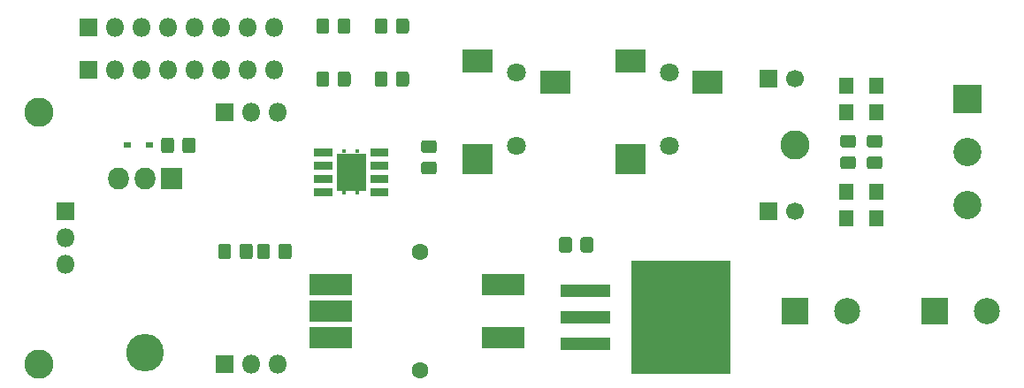
<source format=gbr>
%TF.GenerationSoftware,KiCad,Pcbnew,(5.1.6)-1*%
%TF.CreationDate,2020-10-30T20:37:26-07:00*%
%TF.ProjectId,highvoltagedriver,68696768-766f-46c7-9461-676564726976,rev?*%
%TF.SameCoordinates,Original*%
%TF.FileFunction,Soldermask,Top*%
%TF.FilePolarity,Negative*%
%FSLAX46Y46*%
G04 Gerber Fmt 4.6, Leading zero omitted, Abs format (unit mm)*
G04 Created by KiCad (PCBNEW (5.1.6)-1) date 2020-10-30 20:37:26*
%MOMM*%
%LPD*%
G01*
G04 APERTURE LIST*
%ADD10C,0.010000*%
%ADD11C,2.800000*%
%ADD12C,0.400000*%
%ADD13C,1.800000*%
%ADD14R,2.900000X2.900000*%
%ADD15R,2.900000X2.300000*%
%ADD16O,1.800000X1.800000*%
%ADD17R,1.800000X1.800000*%
%ADD18C,2.500000*%
%ADD19R,2.500000X2.500000*%
%ADD20O,2.005000X2.100000*%
%ADD21R,2.005000X2.100000*%
%ADD22O,3.600000X3.600000*%
%ADD23R,0.700000X0.550000*%
%ADD24R,9.500000X10.900000*%
%ADD25R,4.700000X1.200000*%
%ADD26C,1.600000*%
%ADD27R,4.100000X2.100000*%
%ADD28C,2.700000*%
%ADD29R,2.700000X2.700000*%
%ADD30R,1.400000X1.500000*%
%ADD31C,1.700000*%
%ADD32R,1.700000X1.700000*%
G04 APERTURE END LIST*
D10*
%TO.C,U1*%
G36*
X146600000Y-95455000D02*
G01*
X149310000Y-95455000D01*
X149310000Y-98855000D01*
X146600000Y-98855000D01*
X146600000Y-95455000D01*
G37*
X146600000Y-95455000D02*
X149310000Y-95455000D01*
X149310000Y-98855000D01*
X146600000Y-98855000D01*
X146600000Y-95455000D01*
G36*
X146050000Y-95620000D02*
G01*
X144460000Y-95620000D01*
X144457383Y-95619931D01*
X144454774Y-95619726D01*
X144452178Y-95619384D01*
X144449604Y-95618907D01*
X144447059Y-95618296D01*
X144444549Y-95617553D01*
X144442082Y-95616679D01*
X144439663Y-95615677D01*
X144437300Y-95614550D01*
X144435000Y-95613301D01*
X144432768Y-95611934D01*
X144430611Y-95610451D01*
X144428534Y-95608857D01*
X144426543Y-95607157D01*
X144424645Y-95605355D01*
X144422843Y-95603457D01*
X144421143Y-95601466D01*
X144419549Y-95599389D01*
X144418066Y-95597232D01*
X144416699Y-95595000D01*
X144415450Y-95592700D01*
X144414323Y-95590337D01*
X144413321Y-95587918D01*
X144412447Y-95585451D01*
X144411704Y-95582941D01*
X144411093Y-95580396D01*
X144410616Y-95577822D01*
X144410274Y-95575226D01*
X144410069Y-95572617D01*
X144410000Y-95570000D01*
X144410000Y-94930000D01*
X144410069Y-94927383D01*
X144410274Y-94924774D01*
X144410616Y-94922178D01*
X144411093Y-94919604D01*
X144411704Y-94917059D01*
X144412447Y-94914549D01*
X144413321Y-94912082D01*
X144414323Y-94909663D01*
X144415450Y-94907300D01*
X144416699Y-94905000D01*
X144418066Y-94902768D01*
X144419549Y-94900611D01*
X144421143Y-94898534D01*
X144422843Y-94896543D01*
X144424645Y-94894645D01*
X144426543Y-94892843D01*
X144428534Y-94891143D01*
X144430611Y-94889549D01*
X144432768Y-94888066D01*
X144435000Y-94886699D01*
X144437300Y-94885450D01*
X144439663Y-94884323D01*
X144442082Y-94883321D01*
X144444549Y-94882447D01*
X144447059Y-94881704D01*
X144449604Y-94881093D01*
X144452178Y-94880616D01*
X144454774Y-94880274D01*
X144457383Y-94880069D01*
X144460000Y-94880000D01*
X146050000Y-94880000D01*
X146052617Y-94880069D01*
X146055226Y-94880274D01*
X146057822Y-94880616D01*
X146060396Y-94881093D01*
X146062941Y-94881704D01*
X146065451Y-94882447D01*
X146067918Y-94883321D01*
X146070337Y-94884323D01*
X146072700Y-94885450D01*
X146075000Y-94886699D01*
X146077232Y-94888066D01*
X146079389Y-94889549D01*
X146081466Y-94891143D01*
X146083457Y-94892843D01*
X146085355Y-94894645D01*
X146087157Y-94896543D01*
X146088857Y-94898534D01*
X146090451Y-94900611D01*
X146091934Y-94902768D01*
X146093301Y-94905000D01*
X146094550Y-94907300D01*
X146095677Y-94909663D01*
X146096679Y-94912082D01*
X146097553Y-94914549D01*
X146098296Y-94917059D01*
X146098907Y-94919604D01*
X146099384Y-94922178D01*
X146099726Y-94924774D01*
X146099931Y-94927383D01*
X146100000Y-94930000D01*
X146100000Y-95570000D01*
X146099931Y-95572617D01*
X146099726Y-95575226D01*
X146099384Y-95577822D01*
X146098907Y-95580396D01*
X146098296Y-95582941D01*
X146097553Y-95585451D01*
X146096679Y-95587918D01*
X146095677Y-95590337D01*
X146094550Y-95592700D01*
X146093301Y-95595000D01*
X146091934Y-95597232D01*
X146090451Y-95599389D01*
X146088857Y-95601466D01*
X146087157Y-95603457D01*
X146085355Y-95605355D01*
X146083457Y-95607157D01*
X146081466Y-95608857D01*
X146079389Y-95610451D01*
X146077232Y-95611934D01*
X146075000Y-95613301D01*
X146072700Y-95614550D01*
X146070337Y-95615677D01*
X146067918Y-95616679D01*
X146065451Y-95617553D01*
X146062941Y-95618296D01*
X146060396Y-95618907D01*
X146057822Y-95619384D01*
X146055226Y-95619726D01*
X146052617Y-95619931D01*
X146050000Y-95620000D01*
G37*
X146050000Y-95620000D02*
X144460000Y-95620000D01*
X144457383Y-95619931D01*
X144454774Y-95619726D01*
X144452178Y-95619384D01*
X144449604Y-95618907D01*
X144447059Y-95618296D01*
X144444549Y-95617553D01*
X144442082Y-95616679D01*
X144439663Y-95615677D01*
X144437300Y-95614550D01*
X144435000Y-95613301D01*
X144432768Y-95611934D01*
X144430611Y-95610451D01*
X144428534Y-95608857D01*
X144426543Y-95607157D01*
X144424645Y-95605355D01*
X144422843Y-95603457D01*
X144421143Y-95601466D01*
X144419549Y-95599389D01*
X144418066Y-95597232D01*
X144416699Y-95595000D01*
X144415450Y-95592700D01*
X144414323Y-95590337D01*
X144413321Y-95587918D01*
X144412447Y-95585451D01*
X144411704Y-95582941D01*
X144411093Y-95580396D01*
X144410616Y-95577822D01*
X144410274Y-95575226D01*
X144410069Y-95572617D01*
X144410000Y-95570000D01*
X144410000Y-94930000D01*
X144410069Y-94927383D01*
X144410274Y-94924774D01*
X144410616Y-94922178D01*
X144411093Y-94919604D01*
X144411704Y-94917059D01*
X144412447Y-94914549D01*
X144413321Y-94912082D01*
X144414323Y-94909663D01*
X144415450Y-94907300D01*
X144416699Y-94905000D01*
X144418066Y-94902768D01*
X144419549Y-94900611D01*
X144421143Y-94898534D01*
X144422843Y-94896543D01*
X144424645Y-94894645D01*
X144426543Y-94892843D01*
X144428534Y-94891143D01*
X144430611Y-94889549D01*
X144432768Y-94888066D01*
X144435000Y-94886699D01*
X144437300Y-94885450D01*
X144439663Y-94884323D01*
X144442082Y-94883321D01*
X144444549Y-94882447D01*
X144447059Y-94881704D01*
X144449604Y-94881093D01*
X144452178Y-94880616D01*
X144454774Y-94880274D01*
X144457383Y-94880069D01*
X144460000Y-94880000D01*
X146050000Y-94880000D01*
X146052617Y-94880069D01*
X146055226Y-94880274D01*
X146057822Y-94880616D01*
X146060396Y-94881093D01*
X146062941Y-94881704D01*
X146065451Y-94882447D01*
X146067918Y-94883321D01*
X146070337Y-94884323D01*
X146072700Y-94885450D01*
X146075000Y-94886699D01*
X146077232Y-94888066D01*
X146079389Y-94889549D01*
X146081466Y-94891143D01*
X146083457Y-94892843D01*
X146085355Y-94894645D01*
X146087157Y-94896543D01*
X146088857Y-94898534D01*
X146090451Y-94900611D01*
X146091934Y-94902768D01*
X146093301Y-94905000D01*
X146094550Y-94907300D01*
X146095677Y-94909663D01*
X146096679Y-94912082D01*
X146097553Y-94914549D01*
X146098296Y-94917059D01*
X146098907Y-94919604D01*
X146099384Y-94922178D01*
X146099726Y-94924774D01*
X146099931Y-94927383D01*
X146100000Y-94930000D01*
X146100000Y-95570000D01*
X146099931Y-95572617D01*
X146099726Y-95575226D01*
X146099384Y-95577822D01*
X146098907Y-95580396D01*
X146098296Y-95582941D01*
X146097553Y-95585451D01*
X146096679Y-95587918D01*
X146095677Y-95590337D01*
X146094550Y-95592700D01*
X146093301Y-95595000D01*
X146091934Y-95597232D01*
X146090451Y-95599389D01*
X146088857Y-95601466D01*
X146087157Y-95603457D01*
X146085355Y-95605355D01*
X146083457Y-95607157D01*
X146081466Y-95608857D01*
X146079389Y-95610451D01*
X146077232Y-95611934D01*
X146075000Y-95613301D01*
X146072700Y-95614550D01*
X146070337Y-95615677D01*
X146067918Y-95616679D01*
X146065451Y-95617553D01*
X146062941Y-95618296D01*
X146060396Y-95618907D01*
X146057822Y-95619384D01*
X146055226Y-95619726D01*
X146052617Y-95619931D01*
X146050000Y-95620000D01*
G36*
X146050000Y-96890000D02*
G01*
X144460000Y-96890000D01*
X144457383Y-96889931D01*
X144454774Y-96889726D01*
X144452178Y-96889384D01*
X144449604Y-96888907D01*
X144447059Y-96888296D01*
X144444549Y-96887553D01*
X144442082Y-96886679D01*
X144439663Y-96885677D01*
X144437300Y-96884550D01*
X144435000Y-96883301D01*
X144432768Y-96881934D01*
X144430611Y-96880451D01*
X144428534Y-96878857D01*
X144426543Y-96877157D01*
X144424645Y-96875355D01*
X144422843Y-96873457D01*
X144421143Y-96871466D01*
X144419549Y-96869389D01*
X144418066Y-96867232D01*
X144416699Y-96865000D01*
X144415450Y-96862700D01*
X144414323Y-96860337D01*
X144413321Y-96857918D01*
X144412447Y-96855451D01*
X144411704Y-96852941D01*
X144411093Y-96850396D01*
X144410616Y-96847822D01*
X144410274Y-96845226D01*
X144410069Y-96842617D01*
X144410000Y-96840000D01*
X144410000Y-96200000D01*
X144410069Y-96197383D01*
X144410274Y-96194774D01*
X144410616Y-96192178D01*
X144411093Y-96189604D01*
X144411704Y-96187059D01*
X144412447Y-96184549D01*
X144413321Y-96182082D01*
X144414323Y-96179663D01*
X144415450Y-96177300D01*
X144416699Y-96175000D01*
X144418066Y-96172768D01*
X144419549Y-96170611D01*
X144421143Y-96168534D01*
X144422843Y-96166543D01*
X144424645Y-96164645D01*
X144426543Y-96162843D01*
X144428534Y-96161143D01*
X144430611Y-96159549D01*
X144432768Y-96158066D01*
X144435000Y-96156699D01*
X144437300Y-96155450D01*
X144439663Y-96154323D01*
X144442082Y-96153321D01*
X144444549Y-96152447D01*
X144447059Y-96151704D01*
X144449604Y-96151093D01*
X144452178Y-96150616D01*
X144454774Y-96150274D01*
X144457383Y-96150069D01*
X144460000Y-96150000D01*
X146050000Y-96150000D01*
X146052617Y-96150069D01*
X146055226Y-96150274D01*
X146057822Y-96150616D01*
X146060396Y-96151093D01*
X146062941Y-96151704D01*
X146065451Y-96152447D01*
X146067918Y-96153321D01*
X146070337Y-96154323D01*
X146072700Y-96155450D01*
X146075000Y-96156699D01*
X146077232Y-96158066D01*
X146079389Y-96159549D01*
X146081466Y-96161143D01*
X146083457Y-96162843D01*
X146085355Y-96164645D01*
X146087157Y-96166543D01*
X146088857Y-96168534D01*
X146090451Y-96170611D01*
X146091934Y-96172768D01*
X146093301Y-96175000D01*
X146094550Y-96177300D01*
X146095677Y-96179663D01*
X146096679Y-96182082D01*
X146097553Y-96184549D01*
X146098296Y-96187059D01*
X146098907Y-96189604D01*
X146099384Y-96192178D01*
X146099726Y-96194774D01*
X146099931Y-96197383D01*
X146100000Y-96200000D01*
X146100000Y-96840000D01*
X146099931Y-96842617D01*
X146099726Y-96845226D01*
X146099384Y-96847822D01*
X146098907Y-96850396D01*
X146098296Y-96852941D01*
X146097553Y-96855451D01*
X146096679Y-96857918D01*
X146095677Y-96860337D01*
X146094550Y-96862700D01*
X146093301Y-96865000D01*
X146091934Y-96867232D01*
X146090451Y-96869389D01*
X146088857Y-96871466D01*
X146087157Y-96873457D01*
X146085355Y-96875355D01*
X146083457Y-96877157D01*
X146081466Y-96878857D01*
X146079389Y-96880451D01*
X146077232Y-96881934D01*
X146075000Y-96883301D01*
X146072700Y-96884550D01*
X146070337Y-96885677D01*
X146067918Y-96886679D01*
X146065451Y-96887553D01*
X146062941Y-96888296D01*
X146060396Y-96888907D01*
X146057822Y-96889384D01*
X146055226Y-96889726D01*
X146052617Y-96889931D01*
X146050000Y-96890000D01*
G37*
X146050000Y-96890000D02*
X144460000Y-96890000D01*
X144457383Y-96889931D01*
X144454774Y-96889726D01*
X144452178Y-96889384D01*
X144449604Y-96888907D01*
X144447059Y-96888296D01*
X144444549Y-96887553D01*
X144442082Y-96886679D01*
X144439663Y-96885677D01*
X144437300Y-96884550D01*
X144435000Y-96883301D01*
X144432768Y-96881934D01*
X144430611Y-96880451D01*
X144428534Y-96878857D01*
X144426543Y-96877157D01*
X144424645Y-96875355D01*
X144422843Y-96873457D01*
X144421143Y-96871466D01*
X144419549Y-96869389D01*
X144418066Y-96867232D01*
X144416699Y-96865000D01*
X144415450Y-96862700D01*
X144414323Y-96860337D01*
X144413321Y-96857918D01*
X144412447Y-96855451D01*
X144411704Y-96852941D01*
X144411093Y-96850396D01*
X144410616Y-96847822D01*
X144410274Y-96845226D01*
X144410069Y-96842617D01*
X144410000Y-96840000D01*
X144410000Y-96200000D01*
X144410069Y-96197383D01*
X144410274Y-96194774D01*
X144410616Y-96192178D01*
X144411093Y-96189604D01*
X144411704Y-96187059D01*
X144412447Y-96184549D01*
X144413321Y-96182082D01*
X144414323Y-96179663D01*
X144415450Y-96177300D01*
X144416699Y-96175000D01*
X144418066Y-96172768D01*
X144419549Y-96170611D01*
X144421143Y-96168534D01*
X144422843Y-96166543D01*
X144424645Y-96164645D01*
X144426543Y-96162843D01*
X144428534Y-96161143D01*
X144430611Y-96159549D01*
X144432768Y-96158066D01*
X144435000Y-96156699D01*
X144437300Y-96155450D01*
X144439663Y-96154323D01*
X144442082Y-96153321D01*
X144444549Y-96152447D01*
X144447059Y-96151704D01*
X144449604Y-96151093D01*
X144452178Y-96150616D01*
X144454774Y-96150274D01*
X144457383Y-96150069D01*
X144460000Y-96150000D01*
X146050000Y-96150000D01*
X146052617Y-96150069D01*
X146055226Y-96150274D01*
X146057822Y-96150616D01*
X146060396Y-96151093D01*
X146062941Y-96151704D01*
X146065451Y-96152447D01*
X146067918Y-96153321D01*
X146070337Y-96154323D01*
X146072700Y-96155450D01*
X146075000Y-96156699D01*
X146077232Y-96158066D01*
X146079389Y-96159549D01*
X146081466Y-96161143D01*
X146083457Y-96162843D01*
X146085355Y-96164645D01*
X146087157Y-96166543D01*
X146088857Y-96168534D01*
X146090451Y-96170611D01*
X146091934Y-96172768D01*
X146093301Y-96175000D01*
X146094550Y-96177300D01*
X146095677Y-96179663D01*
X146096679Y-96182082D01*
X146097553Y-96184549D01*
X146098296Y-96187059D01*
X146098907Y-96189604D01*
X146099384Y-96192178D01*
X146099726Y-96194774D01*
X146099931Y-96197383D01*
X146100000Y-96200000D01*
X146100000Y-96840000D01*
X146099931Y-96842617D01*
X146099726Y-96845226D01*
X146099384Y-96847822D01*
X146098907Y-96850396D01*
X146098296Y-96852941D01*
X146097553Y-96855451D01*
X146096679Y-96857918D01*
X146095677Y-96860337D01*
X146094550Y-96862700D01*
X146093301Y-96865000D01*
X146091934Y-96867232D01*
X146090451Y-96869389D01*
X146088857Y-96871466D01*
X146087157Y-96873457D01*
X146085355Y-96875355D01*
X146083457Y-96877157D01*
X146081466Y-96878857D01*
X146079389Y-96880451D01*
X146077232Y-96881934D01*
X146075000Y-96883301D01*
X146072700Y-96884550D01*
X146070337Y-96885677D01*
X146067918Y-96886679D01*
X146065451Y-96887553D01*
X146062941Y-96888296D01*
X146060396Y-96888907D01*
X146057822Y-96889384D01*
X146055226Y-96889726D01*
X146052617Y-96889931D01*
X146050000Y-96890000D01*
G36*
X146050000Y-98160000D02*
G01*
X144460000Y-98160000D01*
X144457383Y-98159931D01*
X144454774Y-98159726D01*
X144452178Y-98159384D01*
X144449604Y-98158907D01*
X144447059Y-98158296D01*
X144444549Y-98157553D01*
X144442082Y-98156679D01*
X144439663Y-98155677D01*
X144437300Y-98154550D01*
X144435000Y-98153301D01*
X144432768Y-98151934D01*
X144430611Y-98150451D01*
X144428534Y-98148857D01*
X144426543Y-98147157D01*
X144424645Y-98145355D01*
X144422843Y-98143457D01*
X144421143Y-98141466D01*
X144419549Y-98139389D01*
X144418066Y-98137232D01*
X144416699Y-98135000D01*
X144415450Y-98132700D01*
X144414323Y-98130337D01*
X144413321Y-98127918D01*
X144412447Y-98125451D01*
X144411704Y-98122941D01*
X144411093Y-98120396D01*
X144410616Y-98117822D01*
X144410274Y-98115226D01*
X144410069Y-98112617D01*
X144410000Y-98110000D01*
X144410000Y-97470000D01*
X144410069Y-97467383D01*
X144410274Y-97464774D01*
X144410616Y-97462178D01*
X144411093Y-97459604D01*
X144411704Y-97457059D01*
X144412447Y-97454549D01*
X144413321Y-97452082D01*
X144414323Y-97449663D01*
X144415450Y-97447300D01*
X144416699Y-97445000D01*
X144418066Y-97442768D01*
X144419549Y-97440611D01*
X144421143Y-97438534D01*
X144422843Y-97436543D01*
X144424645Y-97434645D01*
X144426543Y-97432843D01*
X144428534Y-97431143D01*
X144430611Y-97429549D01*
X144432768Y-97428066D01*
X144435000Y-97426699D01*
X144437300Y-97425450D01*
X144439663Y-97424323D01*
X144442082Y-97423321D01*
X144444549Y-97422447D01*
X144447059Y-97421704D01*
X144449604Y-97421093D01*
X144452178Y-97420616D01*
X144454774Y-97420274D01*
X144457383Y-97420069D01*
X144460000Y-97420000D01*
X146050000Y-97420000D01*
X146052617Y-97420069D01*
X146055226Y-97420274D01*
X146057822Y-97420616D01*
X146060396Y-97421093D01*
X146062941Y-97421704D01*
X146065451Y-97422447D01*
X146067918Y-97423321D01*
X146070337Y-97424323D01*
X146072700Y-97425450D01*
X146075000Y-97426699D01*
X146077232Y-97428066D01*
X146079389Y-97429549D01*
X146081466Y-97431143D01*
X146083457Y-97432843D01*
X146085355Y-97434645D01*
X146087157Y-97436543D01*
X146088857Y-97438534D01*
X146090451Y-97440611D01*
X146091934Y-97442768D01*
X146093301Y-97445000D01*
X146094550Y-97447300D01*
X146095677Y-97449663D01*
X146096679Y-97452082D01*
X146097553Y-97454549D01*
X146098296Y-97457059D01*
X146098907Y-97459604D01*
X146099384Y-97462178D01*
X146099726Y-97464774D01*
X146099931Y-97467383D01*
X146100000Y-97470000D01*
X146100000Y-98110000D01*
X146099931Y-98112617D01*
X146099726Y-98115226D01*
X146099384Y-98117822D01*
X146098907Y-98120396D01*
X146098296Y-98122941D01*
X146097553Y-98125451D01*
X146096679Y-98127918D01*
X146095677Y-98130337D01*
X146094550Y-98132700D01*
X146093301Y-98135000D01*
X146091934Y-98137232D01*
X146090451Y-98139389D01*
X146088857Y-98141466D01*
X146087157Y-98143457D01*
X146085355Y-98145355D01*
X146083457Y-98147157D01*
X146081466Y-98148857D01*
X146079389Y-98150451D01*
X146077232Y-98151934D01*
X146075000Y-98153301D01*
X146072700Y-98154550D01*
X146070337Y-98155677D01*
X146067918Y-98156679D01*
X146065451Y-98157553D01*
X146062941Y-98158296D01*
X146060396Y-98158907D01*
X146057822Y-98159384D01*
X146055226Y-98159726D01*
X146052617Y-98159931D01*
X146050000Y-98160000D01*
G37*
X146050000Y-98160000D02*
X144460000Y-98160000D01*
X144457383Y-98159931D01*
X144454774Y-98159726D01*
X144452178Y-98159384D01*
X144449604Y-98158907D01*
X144447059Y-98158296D01*
X144444549Y-98157553D01*
X144442082Y-98156679D01*
X144439663Y-98155677D01*
X144437300Y-98154550D01*
X144435000Y-98153301D01*
X144432768Y-98151934D01*
X144430611Y-98150451D01*
X144428534Y-98148857D01*
X144426543Y-98147157D01*
X144424645Y-98145355D01*
X144422843Y-98143457D01*
X144421143Y-98141466D01*
X144419549Y-98139389D01*
X144418066Y-98137232D01*
X144416699Y-98135000D01*
X144415450Y-98132700D01*
X144414323Y-98130337D01*
X144413321Y-98127918D01*
X144412447Y-98125451D01*
X144411704Y-98122941D01*
X144411093Y-98120396D01*
X144410616Y-98117822D01*
X144410274Y-98115226D01*
X144410069Y-98112617D01*
X144410000Y-98110000D01*
X144410000Y-97470000D01*
X144410069Y-97467383D01*
X144410274Y-97464774D01*
X144410616Y-97462178D01*
X144411093Y-97459604D01*
X144411704Y-97457059D01*
X144412447Y-97454549D01*
X144413321Y-97452082D01*
X144414323Y-97449663D01*
X144415450Y-97447300D01*
X144416699Y-97445000D01*
X144418066Y-97442768D01*
X144419549Y-97440611D01*
X144421143Y-97438534D01*
X144422843Y-97436543D01*
X144424645Y-97434645D01*
X144426543Y-97432843D01*
X144428534Y-97431143D01*
X144430611Y-97429549D01*
X144432768Y-97428066D01*
X144435000Y-97426699D01*
X144437300Y-97425450D01*
X144439663Y-97424323D01*
X144442082Y-97423321D01*
X144444549Y-97422447D01*
X144447059Y-97421704D01*
X144449604Y-97421093D01*
X144452178Y-97420616D01*
X144454774Y-97420274D01*
X144457383Y-97420069D01*
X144460000Y-97420000D01*
X146050000Y-97420000D01*
X146052617Y-97420069D01*
X146055226Y-97420274D01*
X146057822Y-97420616D01*
X146060396Y-97421093D01*
X146062941Y-97421704D01*
X146065451Y-97422447D01*
X146067918Y-97423321D01*
X146070337Y-97424323D01*
X146072700Y-97425450D01*
X146075000Y-97426699D01*
X146077232Y-97428066D01*
X146079389Y-97429549D01*
X146081466Y-97431143D01*
X146083457Y-97432843D01*
X146085355Y-97434645D01*
X146087157Y-97436543D01*
X146088857Y-97438534D01*
X146090451Y-97440611D01*
X146091934Y-97442768D01*
X146093301Y-97445000D01*
X146094550Y-97447300D01*
X146095677Y-97449663D01*
X146096679Y-97452082D01*
X146097553Y-97454549D01*
X146098296Y-97457059D01*
X146098907Y-97459604D01*
X146099384Y-97462178D01*
X146099726Y-97464774D01*
X146099931Y-97467383D01*
X146100000Y-97470000D01*
X146100000Y-98110000D01*
X146099931Y-98112617D01*
X146099726Y-98115226D01*
X146099384Y-98117822D01*
X146098907Y-98120396D01*
X146098296Y-98122941D01*
X146097553Y-98125451D01*
X146096679Y-98127918D01*
X146095677Y-98130337D01*
X146094550Y-98132700D01*
X146093301Y-98135000D01*
X146091934Y-98137232D01*
X146090451Y-98139389D01*
X146088857Y-98141466D01*
X146087157Y-98143457D01*
X146085355Y-98145355D01*
X146083457Y-98147157D01*
X146081466Y-98148857D01*
X146079389Y-98150451D01*
X146077232Y-98151934D01*
X146075000Y-98153301D01*
X146072700Y-98154550D01*
X146070337Y-98155677D01*
X146067918Y-98156679D01*
X146065451Y-98157553D01*
X146062941Y-98158296D01*
X146060396Y-98158907D01*
X146057822Y-98159384D01*
X146055226Y-98159726D01*
X146052617Y-98159931D01*
X146050000Y-98160000D01*
G36*
X146050000Y-99430000D02*
G01*
X144460000Y-99430000D01*
X144457383Y-99429931D01*
X144454774Y-99429726D01*
X144452178Y-99429384D01*
X144449604Y-99428907D01*
X144447059Y-99428296D01*
X144444549Y-99427553D01*
X144442082Y-99426679D01*
X144439663Y-99425677D01*
X144437300Y-99424550D01*
X144435000Y-99423301D01*
X144432768Y-99421934D01*
X144430611Y-99420451D01*
X144428534Y-99418857D01*
X144426543Y-99417157D01*
X144424645Y-99415355D01*
X144422843Y-99413457D01*
X144421143Y-99411466D01*
X144419549Y-99409389D01*
X144418066Y-99407232D01*
X144416699Y-99405000D01*
X144415450Y-99402700D01*
X144414323Y-99400337D01*
X144413321Y-99397918D01*
X144412447Y-99395451D01*
X144411704Y-99392941D01*
X144411093Y-99390396D01*
X144410616Y-99387822D01*
X144410274Y-99385226D01*
X144410069Y-99382617D01*
X144410000Y-99380000D01*
X144410000Y-98740000D01*
X144410069Y-98737383D01*
X144410274Y-98734774D01*
X144410616Y-98732178D01*
X144411093Y-98729604D01*
X144411704Y-98727059D01*
X144412447Y-98724549D01*
X144413321Y-98722082D01*
X144414323Y-98719663D01*
X144415450Y-98717300D01*
X144416699Y-98715000D01*
X144418066Y-98712768D01*
X144419549Y-98710611D01*
X144421143Y-98708534D01*
X144422843Y-98706543D01*
X144424645Y-98704645D01*
X144426543Y-98702843D01*
X144428534Y-98701143D01*
X144430611Y-98699549D01*
X144432768Y-98698066D01*
X144435000Y-98696699D01*
X144437300Y-98695450D01*
X144439663Y-98694323D01*
X144442082Y-98693321D01*
X144444549Y-98692447D01*
X144447059Y-98691704D01*
X144449604Y-98691093D01*
X144452178Y-98690616D01*
X144454774Y-98690274D01*
X144457383Y-98690069D01*
X144460000Y-98690000D01*
X146050000Y-98690000D01*
X146052617Y-98690069D01*
X146055226Y-98690274D01*
X146057822Y-98690616D01*
X146060396Y-98691093D01*
X146062941Y-98691704D01*
X146065451Y-98692447D01*
X146067918Y-98693321D01*
X146070337Y-98694323D01*
X146072700Y-98695450D01*
X146075000Y-98696699D01*
X146077232Y-98698066D01*
X146079389Y-98699549D01*
X146081466Y-98701143D01*
X146083457Y-98702843D01*
X146085355Y-98704645D01*
X146087157Y-98706543D01*
X146088857Y-98708534D01*
X146090451Y-98710611D01*
X146091934Y-98712768D01*
X146093301Y-98715000D01*
X146094550Y-98717300D01*
X146095677Y-98719663D01*
X146096679Y-98722082D01*
X146097553Y-98724549D01*
X146098296Y-98727059D01*
X146098907Y-98729604D01*
X146099384Y-98732178D01*
X146099726Y-98734774D01*
X146099931Y-98737383D01*
X146100000Y-98740000D01*
X146100000Y-99380000D01*
X146099931Y-99382617D01*
X146099726Y-99385226D01*
X146099384Y-99387822D01*
X146098907Y-99390396D01*
X146098296Y-99392941D01*
X146097553Y-99395451D01*
X146096679Y-99397918D01*
X146095677Y-99400337D01*
X146094550Y-99402700D01*
X146093301Y-99405000D01*
X146091934Y-99407232D01*
X146090451Y-99409389D01*
X146088857Y-99411466D01*
X146087157Y-99413457D01*
X146085355Y-99415355D01*
X146083457Y-99417157D01*
X146081466Y-99418857D01*
X146079389Y-99420451D01*
X146077232Y-99421934D01*
X146075000Y-99423301D01*
X146072700Y-99424550D01*
X146070337Y-99425677D01*
X146067918Y-99426679D01*
X146065451Y-99427553D01*
X146062941Y-99428296D01*
X146060396Y-99428907D01*
X146057822Y-99429384D01*
X146055226Y-99429726D01*
X146052617Y-99429931D01*
X146050000Y-99430000D01*
G37*
X146050000Y-99430000D02*
X144460000Y-99430000D01*
X144457383Y-99429931D01*
X144454774Y-99429726D01*
X144452178Y-99429384D01*
X144449604Y-99428907D01*
X144447059Y-99428296D01*
X144444549Y-99427553D01*
X144442082Y-99426679D01*
X144439663Y-99425677D01*
X144437300Y-99424550D01*
X144435000Y-99423301D01*
X144432768Y-99421934D01*
X144430611Y-99420451D01*
X144428534Y-99418857D01*
X144426543Y-99417157D01*
X144424645Y-99415355D01*
X144422843Y-99413457D01*
X144421143Y-99411466D01*
X144419549Y-99409389D01*
X144418066Y-99407232D01*
X144416699Y-99405000D01*
X144415450Y-99402700D01*
X144414323Y-99400337D01*
X144413321Y-99397918D01*
X144412447Y-99395451D01*
X144411704Y-99392941D01*
X144411093Y-99390396D01*
X144410616Y-99387822D01*
X144410274Y-99385226D01*
X144410069Y-99382617D01*
X144410000Y-99380000D01*
X144410000Y-98740000D01*
X144410069Y-98737383D01*
X144410274Y-98734774D01*
X144410616Y-98732178D01*
X144411093Y-98729604D01*
X144411704Y-98727059D01*
X144412447Y-98724549D01*
X144413321Y-98722082D01*
X144414323Y-98719663D01*
X144415450Y-98717300D01*
X144416699Y-98715000D01*
X144418066Y-98712768D01*
X144419549Y-98710611D01*
X144421143Y-98708534D01*
X144422843Y-98706543D01*
X144424645Y-98704645D01*
X144426543Y-98702843D01*
X144428534Y-98701143D01*
X144430611Y-98699549D01*
X144432768Y-98698066D01*
X144435000Y-98696699D01*
X144437300Y-98695450D01*
X144439663Y-98694323D01*
X144442082Y-98693321D01*
X144444549Y-98692447D01*
X144447059Y-98691704D01*
X144449604Y-98691093D01*
X144452178Y-98690616D01*
X144454774Y-98690274D01*
X144457383Y-98690069D01*
X144460000Y-98690000D01*
X146050000Y-98690000D01*
X146052617Y-98690069D01*
X146055226Y-98690274D01*
X146057822Y-98690616D01*
X146060396Y-98691093D01*
X146062941Y-98691704D01*
X146065451Y-98692447D01*
X146067918Y-98693321D01*
X146070337Y-98694323D01*
X146072700Y-98695450D01*
X146075000Y-98696699D01*
X146077232Y-98698066D01*
X146079389Y-98699549D01*
X146081466Y-98701143D01*
X146083457Y-98702843D01*
X146085355Y-98704645D01*
X146087157Y-98706543D01*
X146088857Y-98708534D01*
X146090451Y-98710611D01*
X146091934Y-98712768D01*
X146093301Y-98715000D01*
X146094550Y-98717300D01*
X146095677Y-98719663D01*
X146096679Y-98722082D01*
X146097553Y-98724549D01*
X146098296Y-98727059D01*
X146098907Y-98729604D01*
X146099384Y-98732178D01*
X146099726Y-98734774D01*
X146099931Y-98737383D01*
X146100000Y-98740000D01*
X146100000Y-99380000D01*
X146099931Y-99382617D01*
X146099726Y-99385226D01*
X146099384Y-99387822D01*
X146098907Y-99390396D01*
X146098296Y-99392941D01*
X146097553Y-99395451D01*
X146096679Y-99397918D01*
X146095677Y-99400337D01*
X146094550Y-99402700D01*
X146093301Y-99405000D01*
X146091934Y-99407232D01*
X146090451Y-99409389D01*
X146088857Y-99411466D01*
X146087157Y-99413457D01*
X146085355Y-99415355D01*
X146083457Y-99417157D01*
X146081466Y-99418857D01*
X146079389Y-99420451D01*
X146077232Y-99421934D01*
X146075000Y-99423301D01*
X146072700Y-99424550D01*
X146070337Y-99425677D01*
X146067918Y-99426679D01*
X146065451Y-99427553D01*
X146062941Y-99428296D01*
X146060396Y-99428907D01*
X146057822Y-99429384D01*
X146055226Y-99429726D01*
X146052617Y-99429931D01*
X146050000Y-99430000D01*
G36*
X151450000Y-95620000D02*
G01*
X149860000Y-95620000D01*
X149857383Y-95619931D01*
X149854774Y-95619726D01*
X149852178Y-95619384D01*
X149849604Y-95618907D01*
X149847059Y-95618296D01*
X149844549Y-95617553D01*
X149842082Y-95616679D01*
X149839663Y-95615677D01*
X149837300Y-95614550D01*
X149835000Y-95613301D01*
X149832768Y-95611934D01*
X149830611Y-95610451D01*
X149828534Y-95608857D01*
X149826543Y-95607157D01*
X149824645Y-95605355D01*
X149822843Y-95603457D01*
X149821143Y-95601466D01*
X149819549Y-95599389D01*
X149818066Y-95597232D01*
X149816699Y-95595000D01*
X149815450Y-95592700D01*
X149814323Y-95590337D01*
X149813321Y-95587918D01*
X149812447Y-95585451D01*
X149811704Y-95582941D01*
X149811093Y-95580396D01*
X149810616Y-95577822D01*
X149810274Y-95575226D01*
X149810069Y-95572617D01*
X149810000Y-95570000D01*
X149810000Y-94930000D01*
X149810069Y-94927383D01*
X149810274Y-94924774D01*
X149810616Y-94922178D01*
X149811093Y-94919604D01*
X149811704Y-94917059D01*
X149812447Y-94914549D01*
X149813321Y-94912082D01*
X149814323Y-94909663D01*
X149815450Y-94907300D01*
X149816699Y-94905000D01*
X149818066Y-94902768D01*
X149819549Y-94900611D01*
X149821143Y-94898534D01*
X149822843Y-94896543D01*
X149824645Y-94894645D01*
X149826543Y-94892843D01*
X149828534Y-94891143D01*
X149830611Y-94889549D01*
X149832768Y-94888066D01*
X149835000Y-94886699D01*
X149837300Y-94885450D01*
X149839663Y-94884323D01*
X149842082Y-94883321D01*
X149844549Y-94882447D01*
X149847059Y-94881704D01*
X149849604Y-94881093D01*
X149852178Y-94880616D01*
X149854774Y-94880274D01*
X149857383Y-94880069D01*
X149860000Y-94880000D01*
X151450000Y-94880000D01*
X151452617Y-94880069D01*
X151455226Y-94880274D01*
X151457822Y-94880616D01*
X151460396Y-94881093D01*
X151462941Y-94881704D01*
X151465451Y-94882447D01*
X151467918Y-94883321D01*
X151470337Y-94884323D01*
X151472700Y-94885450D01*
X151475000Y-94886699D01*
X151477232Y-94888066D01*
X151479389Y-94889549D01*
X151481466Y-94891143D01*
X151483457Y-94892843D01*
X151485355Y-94894645D01*
X151487157Y-94896543D01*
X151488857Y-94898534D01*
X151490451Y-94900611D01*
X151491934Y-94902768D01*
X151493301Y-94905000D01*
X151494550Y-94907300D01*
X151495677Y-94909663D01*
X151496679Y-94912082D01*
X151497553Y-94914549D01*
X151498296Y-94917059D01*
X151498907Y-94919604D01*
X151499384Y-94922178D01*
X151499726Y-94924774D01*
X151499931Y-94927383D01*
X151500000Y-94930000D01*
X151500000Y-95570000D01*
X151499931Y-95572617D01*
X151499726Y-95575226D01*
X151499384Y-95577822D01*
X151498907Y-95580396D01*
X151498296Y-95582941D01*
X151497553Y-95585451D01*
X151496679Y-95587918D01*
X151495677Y-95590337D01*
X151494550Y-95592700D01*
X151493301Y-95595000D01*
X151491934Y-95597232D01*
X151490451Y-95599389D01*
X151488857Y-95601466D01*
X151487157Y-95603457D01*
X151485355Y-95605355D01*
X151483457Y-95607157D01*
X151481466Y-95608857D01*
X151479389Y-95610451D01*
X151477232Y-95611934D01*
X151475000Y-95613301D01*
X151472700Y-95614550D01*
X151470337Y-95615677D01*
X151467918Y-95616679D01*
X151465451Y-95617553D01*
X151462941Y-95618296D01*
X151460396Y-95618907D01*
X151457822Y-95619384D01*
X151455226Y-95619726D01*
X151452617Y-95619931D01*
X151450000Y-95620000D01*
G37*
X151450000Y-95620000D02*
X149860000Y-95620000D01*
X149857383Y-95619931D01*
X149854774Y-95619726D01*
X149852178Y-95619384D01*
X149849604Y-95618907D01*
X149847059Y-95618296D01*
X149844549Y-95617553D01*
X149842082Y-95616679D01*
X149839663Y-95615677D01*
X149837300Y-95614550D01*
X149835000Y-95613301D01*
X149832768Y-95611934D01*
X149830611Y-95610451D01*
X149828534Y-95608857D01*
X149826543Y-95607157D01*
X149824645Y-95605355D01*
X149822843Y-95603457D01*
X149821143Y-95601466D01*
X149819549Y-95599389D01*
X149818066Y-95597232D01*
X149816699Y-95595000D01*
X149815450Y-95592700D01*
X149814323Y-95590337D01*
X149813321Y-95587918D01*
X149812447Y-95585451D01*
X149811704Y-95582941D01*
X149811093Y-95580396D01*
X149810616Y-95577822D01*
X149810274Y-95575226D01*
X149810069Y-95572617D01*
X149810000Y-95570000D01*
X149810000Y-94930000D01*
X149810069Y-94927383D01*
X149810274Y-94924774D01*
X149810616Y-94922178D01*
X149811093Y-94919604D01*
X149811704Y-94917059D01*
X149812447Y-94914549D01*
X149813321Y-94912082D01*
X149814323Y-94909663D01*
X149815450Y-94907300D01*
X149816699Y-94905000D01*
X149818066Y-94902768D01*
X149819549Y-94900611D01*
X149821143Y-94898534D01*
X149822843Y-94896543D01*
X149824645Y-94894645D01*
X149826543Y-94892843D01*
X149828534Y-94891143D01*
X149830611Y-94889549D01*
X149832768Y-94888066D01*
X149835000Y-94886699D01*
X149837300Y-94885450D01*
X149839663Y-94884323D01*
X149842082Y-94883321D01*
X149844549Y-94882447D01*
X149847059Y-94881704D01*
X149849604Y-94881093D01*
X149852178Y-94880616D01*
X149854774Y-94880274D01*
X149857383Y-94880069D01*
X149860000Y-94880000D01*
X151450000Y-94880000D01*
X151452617Y-94880069D01*
X151455226Y-94880274D01*
X151457822Y-94880616D01*
X151460396Y-94881093D01*
X151462941Y-94881704D01*
X151465451Y-94882447D01*
X151467918Y-94883321D01*
X151470337Y-94884323D01*
X151472700Y-94885450D01*
X151475000Y-94886699D01*
X151477232Y-94888066D01*
X151479389Y-94889549D01*
X151481466Y-94891143D01*
X151483457Y-94892843D01*
X151485355Y-94894645D01*
X151487157Y-94896543D01*
X151488857Y-94898534D01*
X151490451Y-94900611D01*
X151491934Y-94902768D01*
X151493301Y-94905000D01*
X151494550Y-94907300D01*
X151495677Y-94909663D01*
X151496679Y-94912082D01*
X151497553Y-94914549D01*
X151498296Y-94917059D01*
X151498907Y-94919604D01*
X151499384Y-94922178D01*
X151499726Y-94924774D01*
X151499931Y-94927383D01*
X151500000Y-94930000D01*
X151500000Y-95570000D01*
X151499931Y-95572617D01*
X151499726Y-95575226D01*
X151499384Y-95577822D01*
X151498907Y-95580396D01*
X151498296Y-95582941D01*
X151497553Y-95585451D01*
X151496679Y-95587918D01*
X151495677Y-95590337D01*
X151494550Y-95592700D01*
X151493301Y-95595000D01*
X151491934Y-95597232D01*
X151490451Y-95599389D01*
X151488857Y-95601466D01*
X151487157Y-95603457D01*
X151485355Y-95605355D01*
X151483457Y-95607157D01*
X151481466Y-95608857D01*
X151479389Y-95610451D01*
X151477232Y-95611934D01*
X151475000Y-95613301D01*
X151472700Y-95614550D01*
X151470337Y-95615677D01*
X151467918Y-95616679D01*
X151465451Y-95617553D01*
X151462941Y-95618296D01*
X151460396Y-95618907D01*
X151457822Y-95619384D01*
X151455226Y-95619726D01*
X151452617Y-95619931D01*
X151450000Y-95620000D01*
G36*
X151450000Y-96890000D02*
G01*
X149860000Y-96890000D01*
X149857383Y-96889931D01*
X149854774Y-96889726D01*
X149852178Y-96889384D01*
X149849604Y-96888907D01*
X149847059Y-96888296D01*
X149844549Y-96887553D01*
X149842082Y-96886679D01*
X149839663Y-96885677D01*
X149837300Y-96884550D01*
X149835000Y-96883301D01*
X149832768Y-96881934D01*
X149830611Y-96880451D01*
X149828534Y-96878857D01*
X149826543Y-96877157D01*
X149824645Y-96875355D01*
X149822843Y-96873457D01*
X149821143Y-96871466D01*
X149819549Y-96869389D01*
X149818066Y-96867232D01*
X149816699Y-96865000D01*
X149815450Y-96862700D01*
X149814323Y-96860337D01*
X149813321Y-96857918D01*
X149812447Y-96855451D01*
X149811704Y-96852941D01*
X149811093Y-96850396D01*
X149810616Y-96847822D01*
X149810274Y-96845226D01*
X149810069Y-96842617D01*
X149810000Y-96840000D01*
X149810000Y-96200000D01*
X149810069Y-96197383D01*
X149810274Y-96194774D01*
X149810616Y-96192178D01*
X149811093Y-96189604D01*
X149811704Y-96187059D01*
X149812447Y-96184549D01*
X149813321Y-96182082D01*
X149814323Y-96179663D01*
X149815450Y-96177300D01*
X149816699Y-96175000D01*
X149818066Y-96172768D01*
X149819549Y-96170611D01*
X149821143Y-96168534D01*
X149822843Y-96166543D01*
X149824645Y-96164645D01*
X149826543Y-96162843D01*
X149828534Y-96161143D01*
X149830611Y-96159549D01*
X149832768Y-96158066D01*
X149835000Y-96156699D01*
X149837300Y-96155450D01*
X149839663Y-96154323D01*
X149842082Y-96153321D01*
X149844549Y-96152447D01*
X149847059Y-96151704D01*
X149849604Y-96151093D01*
X149852178Y-96150616D01*
X149854774Y-96150274D01*
X149857383Y-96150069D01*
X149860000Y-96150000D01*
X151450000Y-96150000D01*
X151452617Y-96150069D01*
X151455226Y-96150274D01*
X151457822Y-96150616D01*
X151460396Y-96151093D01*
X151462941Y-96151704D01*
X151465451Y-96152447D01*
X151467918Y-96153321D01*
X151470337Y-96154323D01*
X151472700Y-96155450D01*
X151475000Y-96156699D01*
X151477232Y-96158066D01*
X151479389Y-96159549D01*
X151481466Y-96161143D01*
X151483457Y-96162843D01*
X151485355Y-96164645D01*
X151487157Y-96166543D01*
X151488857Y-96168534D01*
X151490451Y-96170611D01*
X151491934Y-96172768D01*
X151493301Y-96175000D01*
X151494550Y-96177300D01*
X151495677Y-96179663D01*
X151496679Y-96182082D01*
X151497553Y-96184549D01*
X151498296Y-96187059D01*
X151498907Y-96189604D01*
X151499384Y-96192178D01*
X151499726Y-96194774D01*
X151499931Y-96197383D01*
X151500000Y-96200000D01*
X151500000Y-96840000D01*
X151499931Y-96842617D01*
X151499726Y-96845226D01*
X151499384Y-96847822D01*
X151498907Y-96850396D01*
X151498296Y-96852941D01*
X151497553Y-96855451D01*
X151496679Y-96857918D01*
X151495677Y-96860337D01*
X151494550Y-96862700D01*
X151493301Y-96865000D01*
X151491934Y-96867232D01*
X151490451Y-96869389D01*
X151488857Y-96871466D01*
X151487157Y-96873457D01*
X151485355Y-96875355D01*
X151483457Y-96877157D01*
X151481466Y-96878857D01*
X151479389Y-96880451D01*
X151477232Y-96881934D01*
X151475000Y-96883301D01*
X151472700Y-96884550D01*
X151470337Y-96885677D01*
X151467918Y-96886679D01*
X151465451Y-96887553D01*
X151462941Y-96888296D01*
X151460396Y-96888907D01*
X151457822Y-96889384D01*
X151455226Y-96889726D01*
X151452617Y-96889931D01*
X151450000Y-96890000D01*
G37*
X151450000Y-96890000D02*
X149860000Y-96890000D01*
X149857383Y-96889931D01*
X149854774Y-96889726D01*
X149852178Y-96889384D01*
X149849604Y-96888907D01*
X149847059Y-96888296D01*
X149844549Y-96887553D01*
X149842082Y-96886679D01*
X149839663Y-96885677D01*
X149837300Y-96884550D01*
X149835000Y-96883301D01*
X149832768Y-96881934D01*
X149830611Y-96880451D01*
X149828534Y-96878857D01*
X149826543Y-96877157D01*
X149824645Y-96875355D01*
X149822843Y-96873457D01*
X149821143Y-96871466D01*
X149819549Y-96869389D01*
X149818066Y-96867232D01*
X149816699Y-96865000D01*
X149815450Y-96862700D01*
X149814323Y-96860337D01*
X149813321Y-96857918D01*
X149812447Y-96855451D01*
X149811704Y-96852941D01*
X149811093Y-96850396D01*
X149810616Y-96847822D01*
X149810274Y-96845226D01*
X149810069Y-96842617D01*
X149810000Y-96840000D01*
X149810000Y-96200000D01*
X149810069Y-96197383D01*
X149810274Y-96194774D01*
X149810616Y-96192178D01*
X149811093Y-96189604D01*
X149811704Y-96187059D01*
X149812447Y-96184549D01*
X149813321Y-96182082D01*
X149814323Y-96179663D01*
X149815450Y-96177300D01*
X149816699Y-96175000D01*
X149818066Y-96172768D01*
X149819549Y-96170611D01*
X149821143Y-96168534D01*
X149822843Y-96166543D01*
X149824645Y-96164645D01*
X149826543Y-96162843D01*
X149828534Y-96161143D01*
X149830611Y-96159549D01*
X149832768Y-96158066D01*
X149835000Y-96156699D01*
X149837300Y-96155450D01*
X149839663Y-96154323D01*
X149842082Y-96153321D01*
X149844549Y-96152447D01*
X149847059Y-96151704D01*
X149849604Y-96151093D01*
X149852178Y-96150616D01*
X149854774Y-96150274D01*
X149857383Y-96150069D01*
X149860000Y-96150000D01*
X151450000Y-96150000D01*
X151452617Y-96150069D01*
X151455226Y-96150274D01*
X151457822Y-96150616D01*
X151460396Y-96151093D01*
X151462941Y-96151704D01*
X151465451Y-96152447D01*
X151467918Y-96153321D01*
X151470337Y-96154323D01*
X151472700Y-96155450D01*
X151475000Y-96156699D01*
X151477232Y-96158066D01*
X151479389Y-96159549D01*
X151481466Y-96161143D01*
X151483457Y-96162843D01*
X151485355Y-96164645D01*
X151487157Y-96166543D01*
X151488857Y-96168534D01*
X151490451Y-96170611D01*
X151491934Y-96172768D01*
X151493301Y-96175000D01*
X151494550Y-96177300D01*
X151495677Y-96179663D01*
X151496679Y-96182082D01*
X151497553Y-96184549D01*
X151498296Y-96187059D01*
X151498907Y-96189604D01*
X151499384Y-96192178D01*
X151499726Y-96194774D01*
X151499931Y-96197383D01*
X151500000Y-96200000D01*
X151500000Y-96840000D01*
X151499931Y-96842617D01*
X151499726Y-96845226D01*
X151499384Y-96847822D01*
X151498907Y-96850396D01*
X151498296Y-96852941D01*
X151497553Y-96855451D01*
X151496679Y-96857918D01*
X151495677Y-96860337D01*
X151494550Y-96862700D01*
X151493301Y-96865000D01*
X151491934Y-96867232D01*
X151490451Y-96869389D01*
X151488857Y-96871466D01*
X151487157Y-96873457D01*
X151485355Y-96875355D01*
X151483457Y-96877157D01*
X151481466Y-96878857D01*
X151479389Y-96880451D01*
X151477232Y-96881934D01*
X151475000Y-96883301D01*
X151472700Y-96884550D01*
X151470337Y-96885677D01*
X151467918Y-96886679D01*
X151465451Y-96887553D01*
X151462941Y-96888296D01*
X151460396Y-96888907D01*
X151457822Y-96889384D01*
X151455226Y-96889726D01*
X151452617Y-96889931D01*
X151450000Y-96890000D01*
G36*
X151450000Y-98160000D02*
G01*
X149860000Y-98160000D01*
X149857383Y-98159931D01*
X149854774Y-98159726D01*
X149852178Y-98159384D01*
X149849604Y-98158907D01*
X149847059Y-98158296D01*
X149844549Y-98157553D01*
X149842082Y-98156679D01*
X149839663Y-98155677D01*
X149837300Y-98154550D01*
X149835000Y-98153301D01*
X149832768Y-98151934D01*
X149830611Y-98150451D01*
X149828534Y-98148857D01*
X149826543Y-98147157D01*
X149824645Y-98145355D01*
X149822843Y-98143457D01*
X149821143Y-98141466D01*
X149819549Y-98139389D01*
X149818066Y-98137232D01*
X149816699Y-98135000D01*
X149815450Y-98132700D01*
X149814323Y-98130337D01*
X149813321Y-98127918D01*
X149812447Y-98125451D01*
X149811704Y-98122941D01*
X149811093Y-98120396D01*
X149810616Y-98117822D01*
X149810274Y-98115226D01*
X149810069Y-98112617D01*
X149810000Y-98110000D01*
X149810000Y-97470000D01*
X149810069Y-97467383D01*
X149810274Y-97464774D01*
X149810616Y-97462178D01*
X149811093Y-97459604D01*
X149811704Y-97457059D01*
X149812447Y-97454549D01*
X149813321Y-97452082D01*
X149814323Y-97449663D01*
X149815450Y-97447300D01*
X149816699Y-97445000D01*
X149818066Y-97442768D01*
X149819549Y-97440611D01*
X149821143Y-97438534D01*
X149822843Y-97436543D01*
X149824645Y-97434645D01*
X149826543Y-97432843D01*
X149828534Y-97431143D01*
X149830611Y-97429549D01*
X149832768Y-97428066D01*
X149835000Y-97426699D01*
X149837300Y-97425450D01*
X149839663Y-97424323D01*
X149842082Y-97423321D01*
X149844549Y-97422447D01*
X149847059Y-97421704D01*
X149849604Y-97421093D01*
X149852178Y-97420616D01*
X149854774Y-97420274D01*
X149857383Y-97420069D01*
X149860000Y-97420000D01*
X151450000Y-97420000D01*
X151452617Y-97420069D01*
X151455226Y-97420274D01*
X151457822Y-97420616D01*
X151460396Y-97421093D01*
X151462941Y-97421704D01*
X151465451Y-97422447D01*
X151467918Y-97423321D01*
X151470337Y-97424323D01*
X151472700Y-97425450D01*
X151475000Y-97426699D01*
X151477232Y-97428066D01*
X151479389Y-97429549D01*
X151481466Y-97431143D01*
X151483457Y-97432843D01*
X151485355Y-97434645D01*
X151487157Y-97436543D01*
X151488857Y-97438534D01*
X151490451Y-97440611D01*
X151491934Y-97442768D01*
X151493301Y-97445000D01*
X151494550Y-97447300D01*
X151495677Y-97449663D01*
X151496679Y-97452082D01*
X151497553Y-97454549D01*
X151498296Y-97457059D01*
X151498907Y-97459604D01*
X151499384Y-97462178D01*
X151499726Y-97464774D01*
X151499931Y-97467383D01*
X151500000Y-97470000D01*
X151500000Y-98110000D01*
X151499931Y-98112617D01*
X151499726Y-98115226D01*
X151499384Y-98117822D01*
X151498907Y-98120396D01*
X151498296Y-98122941D01*
X151497553Y-98125451D01*
X151496679Y-98127918D01*
X151495677Y-98130337D01*
X151494550Y-98132700D01*
X151493301Y-98135000D01*
X151491934Y-98137232D01*
X151490451Y-98139389D01*
X151488857Y-98141466D01*
X151487157Y-98143457D01*
X151485355Y-98145355D01*
X151483457Y-98147157D01*
X151481466Y-98148857D01*
X151479389Y-98150451D01*
X151477232Y-98151934D01*
X151475000Y-98153301D01*
X151472700Y-98154550D01*
X151470337Y-98155677D01*
X151467918Y-98156679D01*
X151465451Y-98157553D01*
X151462941Y-98158296D01*
X151460396Y-98158907D01*
X151457822Y-98159384D01*
X151455226Y-98159726D01*
X151452617Y-98159931D01*
X151450000Y-98160000D01*
G37*
X151450000Y-98160000D02*
X149860000Y-98160000D01*
X149857383Y-98159931D01*
X149854774Y-98159726D01*
X149852178Y-98159384D01*
X149849604Y-98158907D01*
X149847059Y-98158296D01*
X149844549Y-98157553D01*
X149842082Y-98156679D01*
X149839663Y-98155677D01*
X149837300Y-98154550D01*
X149835000Y-98153301D01*
X149832768Y-98151934D01*
X149830611Y-98150451D01*
X149828534Y-98148857D01*
X149826543Y-98147157D01*
X149824645Y-98145355D01*
X149822843Y-98143457D01*
X149821143Y-98141466D01*
X149819549Y-98139389D01*
X149818066Y-98137232D01*
X149816699Y-98135000D01*
X149815450Y-98132700D01*
X149814323Y-98130337D01*
X149813321Y-98127918D01*
X149812447Y-98125451D01*
X149811704Y-98122941D01*
X149811093Y-98120396D01*
X149810616Y-98117822D01*
X149810274Y-98115226D01*
X149810069Y-98112617D01*
X149810000Y-98110000D01*
X149810000Y-97470000D01*
X149810069Y-97467383D01*
X149810274Y-97464774D01*
X149810616Y-97462178D01*
X149811093Y-97459604D01*
X149811704Y-97457059D01*
X149812447Y-97454549D01*
X149813321Y-97452082D01*
X149814323Y-97449663D01*
X149815450Y-97447300D01*
X149816699Y-97445000D01*
X149818066Y-97442768D01*
X149819549Y-97440611D01*
X149821143Y-97438534D01*
X149822843Y-97436543D01*
X149824645Y-97434645D01*
X149826543Y-97432843D01*
X149828534Y-97431143D01*
X149830611Y-97429549D01*
X149832768Y-97428066D01*
X149835000Y-97426699D01*
X149837300Y-97425450D01*
X149839663Y-97424323D01*
X149842082Y-97423321D01*
X149844549Y-97422447D01*
X149847059Y-97421704D01*
X149849604Y-97421093D01*
X149852178Y-97420616D01*
X149854774Y-97420274D01*
X149857383Y-97420069D01*
X149860000Y-97420000D01*
X151450000Y-97420000D01*
X151452617Y-97420069D01*
X151455226Y-97420274D01*
X151457822Y-97420616D01*
X151460396Y-97421093D01*
X151462941Y-97421704D01*
X151465451Y-97422447D01*
X151467918Y-97423321D01*
X151470337Y-97424323D01*
X151472700Y-97425450D01*
X151475000Y-97426699D01*
X151477232Y-97428066D01*
X151479389Y-97429549D01*
X151481466Y-97431143D01*
X151483457Y-97432843D01*
X151485355Y-97434645D01*
X151487157Y-97436543D01*
X151488857Y-97438534D01*
X151490451Y-97440611D01*
X151491934Y-97442768D01*
X151493301Y-97445000D01*
X151494550Y-97447300D01*
X151495677Y-97449663D01*
X151496679Y-97452082D01*
X151497553Y-97454549D01*
X151498296Y-97457059D01*
X151498907Y-97459604D01*
X151499384Y-97462178D01*
X151499726Y-97464774D01*
X151499931Y-97467383D01*
X151500000Y-97470000D01*
X151500000Y-98110000D01*
X151499931Y-98112617D01*
X151499726Y-98115226D01*
X151499384Y-98117822D01*
X151498907Y-98120396D01*
X151498296Y-98122941D01*
X151497553Y-98125451D01*
X151496679Y-98127918D01*
X151495677Y-98130337D01*
X151494550Y-98132700D01*
X151493301Y-98135000D01*
X151491934Y-98137232D01*
X151490451Y-98139389D01*
X151488857Y-98141466D01*
X151487157Y-98143457D01*
X151485355Y-98145355D01*
X151483457Y-98147157D01*
X151481466Y-98148857D01*
X151479389Y-98150451D01*
X151477232Y-98151934D01*
X151475000Y-98153301D01*
X151472700Y-98154550D01*
X151470337Y-98155677D01*
X151467918Y-98156679D01*
X151465451Y-98157553D01*
X151462941Y-98158296D01*
X151460396Y-98158907D01*
X151457822Y-98159384D01*
X151455226Y-98159726D01*
X151452617Y-98159931D01*
X151450000Y-98160000D01*
G36*
X151450000Y-99430000D02*
G01*
X149860000Y-99430000D01*
X149857383Y-99429931D01*
X149854774Y-99429726D01*
X149852178Y-99429384D01*
X149849604Y-99428907D01*
X149847059Y-99428296D01*
X149844549Y-99427553D01*
X149842082Y-99426679D01*
X149839663Y-99425677D01*
X149837300Y-99424550D01*
X149835000Y-99423301D01*
X149832768Y-99421934D01*
X149830611Y-99420451D01*
X149828534Y-99418857D01*
X149826543Y-99417157D01*
X149824645Y-99415355D01*
X149822843Y-99413457D01*
X149821143Y-99411466D01*
X149819549Y-99409389D01*
X149818066Y-99407232D01*
X149816699Y-99405000D01*
X149815450Y-99402700D01*
X149814323Y-99400337D01*
X149813321Y-99397918D01*
X149812447Y-99395451D01*
X149811704Y-99392941D01*
X149811093Y-99390396D01*
X149810616Y-99387822D01*
X149810274Y-99385226D01*
X149810069Y-99382617D01*
X149810000Y-99380000D01*
X149810000Y-98740000D01*
X149810069Y-98737383D01*
X149810274Y-98734774D01*
X149810616Y-98732178D01*
X149811093Y-98729604D01*
X149811704Y-98727059D01*
X149812447Y-98724549D01*
X149813321Y-98722082D01*
X149814323Y-98719663D01*
X149815450Y-98717300D01*
X149816699Y-98715000D01*
X149818066Y-98712768D01*
X149819549Y-98710611D01*
X149821143Y-98708534D01*
X149822843Y-98706543D01*
X149824645Y-98704645D01*
X149826543Y-98702843D01*
X149828534Y-98701143D01*
X149830611Y-98699549D01*
X149832768Y-98698066D01*
X149835000Y-98696699D01*
X149837300Y-98695450D01*
X149839663Y-98694323D01*
X149842082Y-98693321D01*
X149844549Y-98692447D01*
X149847059Y-98691704D01*
X149849604Y-98691093D01*
X149852178Y-98690616D01*
X149854774Y-98690274D01*
X149857383Y-98690069D01*
X149860000Y-98690000D01*
X151450000Y-98690000D01*
X151452617Y-98690069D01*
X151455226Y-98690274D01*
X151457822Y-98690616D01*
X151460396Y-98691093D01*
X151462941Y-98691704D01*
X151465451Y-98692447D01*
X151467918Y-98693321D01*
X151470337Y-98694323D01*
X151472700Y-98695450D01*
X151475000Y-98696699D01*
X151477232Y-98698066D01*
X151479389Y-98699549D01*
X151481466Y-98701143D01*
X151483457Y-98702843D01*
X151485355Y-98704645D01*
X151487157Y-98706543D01*
X151488857Y-98708534D01*
X151490451Y-98710611D01*
X151491934Y-98712768D01*
X151493301Y-98715000D01*
X151494550Y-98717300D01*
X151495677Y-98719663D01*
X151496679Y-98722082D01*
X151497553Y-98724549D01*
X151498296Y-98727059D01*
X151498907Y-98729604D01*
X151499384Y-98732178D01*
X151499726Y-98734774D01*
X151499931Y-98737383D01*
X151500000Y-98740000D01*
X151500000Y-99380000D01*
X151499931Y-99382617D01*
X151499726Y-99385226D01*
X151499384Y-99387822D01*
X151498907Y-99390396D01*
X151498296Y-99392941D01*
X151497553Y-99395451D01*
X151496679Y-99397918D01*
X151495677Y-99400337D01*
X151494550Y-99402700D01*
X151493301Y-99405000D01*
X151491934Y-99407232D01*
X151490451Y-99409389D01*
X151488857Y-99411466D01*
X151487157Y-99413457D01*
X151485355Y-99415355D01*
X151483457Y-99417157D01*
X151481466Y-99418857D01*
X151479389Y-99420451D01*
X151477232Y-99421934D01*
X151475000Y-99423301D01*
X151472700Y-99424550D01*
X151470337Y-99425677D01*
X151467918Y-99426679D01*
X151465451Y-99427553D01*
X151462941Y-99428296D01*
X151460396Y-99428907D01*
X151457822Y-99429384D01*
X151455226Y-99429726D01*
X151452617Y-99429931D01*
X151450000Y-99430000D01*
G37*
X151450000Y-99430000D02*
X149860000Y-99430000D01*
X149857383Y-99429931D01*
X149854774Y-99429726D01*
X149852178Y-99429384D01*
X149849604Y-99428907D01*
X149847059Y-99428296D01*
X149844549Y-99427553D01*
X149842082Y-99426679D01*
X149839663Y-99425677D01*
X149837300Y-99424550D01*
X149835000Y-99423301D01*
X149832768Y-99421934D01*
X149830611Y-99420451D01*
X149828534Y-99418857D01*
X149826543Y-99417157D01*
X149824645Y-99415355D01*
X149822843Y-99413457D01*
X149821143Y-99411466D01*
X149819549Y-99409389D01*
X149818066Y-99407232D01*
X149816699Y-99405000D01*
X149815450Y-99402700D01*
X149814323Y-99400337D01*
X149813321Y-99397918D01*
X149812447Y-99395451D01*
X149811704Y-99392941D01*
X149811093Y-99390396D01*
X149810616Y-99387822D01*
X149810274Y-99385226D01*
X149810069Y-99382617D01*
X149810000Y-99380000D01*
X149810000Y-98740000D01*
X149810069Y-98737383D01*
X149810274Y-98734774D01*
X149810616Y-98732178D01*
X149811093Y-98729604D01*
X149811704Y-98727059D01*
X149812447Y-98724549D01*
X149813321Y-98722082D01*
X149814323Y-98719663D01*
X149815450Y-98717300D01*
X149816699Y-98715000D01*
X149818066Y-98712768D01*
X149819549Y-98710611D01*
X149821143Y-98708534D01*
X149822843Y-98706543D01*
X149824645Y-98704645D01*
X149826543Y-98702843D01*
X149828534Y-98701143D01*
X149830611Y-98699549D01*
X149832768Y-98698066D01*
X149835000Y-98696699D01*
X149837300Y-98695450D01*
X149839663Y-98694323D01*
X149842082Y-98693321D01*
X149844549Y-98692447D01*
X149847059Y-98691704D01*
X149849604Y-98691093D01*
X149852178Y-98690616D01*
X149854774Y-98690274D01*
X149857383Y-98690069D01*
X149860000Y-98690000D01*
X151450000Y-98690000D01*
X151452617Y-98690069D01*
X151455226Y-98690274D01*
X151457822Y-98690616D01*
X151460396Y-98691093D01*
X151462941Y-98691704D01*
X151465451Y-98692447D01*
X151467918Y-98693321D01*
X151470337Y-98694323D01*
X151472700Y-98695450D01*
X151475000Y-98696699D01*
X151477232Y-98698066D01*
X151479389Y-98699549D01*
X151481466Y-98701143D01*
X151483457Y-98702843D01*
X151485355Y-98704645D01*
X151487157Y-98706543D01*
X151488857Y-98708534D01*
X151490451Y-98710611D01*
X151491934Y-98712768D01*
X151493301Y-98715000D01*
X151494550Y-98717300D01*
X151495677Y-98719663D01*
X151496679Y-98722082D01*
X151497553Y-98724549D01*
X151498296Y-98727059D01*
X151498907Y-98729604D01*
X151499384Y-98732178D01*
X151499726Y-98734774D01*
X151499931Y-98737383D01*
X151500000Y-98740000D01*
X151500000Y-99380000D01*
X151499931Y-99382617D01*
X151499726Y-99385226D01*
X151499384Y-99387822D01*
X151498907Y-99390396D01*
X151498296Y-99392941D01*
X151497553Y-99395451D01*
X151496679Y-99397918D01*
X151495677Y-99400337D01*
X151494550Y-99402700D01*
X151493301Y-99405000D01*
X151491934Y-99407232D01*
X151490451Y-99409389D01*
X151488857Y-99411466D01*
X151487157Y-99413457D01*
X151485355Y-99415355D01*
X151483457Y-99417157D01*
X151481466Y-99418857D01*
X151479389Y-99420451D01*
X151477232Y-99421934D01*
X151475000Y-99423301D01*
X151472700Y-99424550D01*
X151470337Y-99425677D01*
X151467918Y-99426679D01*
X151465451Y-99427553D01*
X151462941Y-99428296D01*
X151460396Y-99428907D01*
X151457822Y-99429384D01*
X151455226Y-99429726D01*
X151452617Y-99429931D01*
X151450000Y-99430000D01*
%TD*%
D11*
%TO.C,REF\u002A\u002A*%
X118110000Y-91440000D03*
%TD*%
%TO.C,REF\u002A\u002A*%
X118110000Y-115570000D03*
%TD*%
%TO.C,REF\u002A\u002A*%
X190500000Y-94615000D03*
%TD*%
D12*
%TO.C,U1*%
X148605000Y-99105000D03*
X147305000Y-99105000D03*
X148605000Y-97805000D03*
X147305000Y-97805000D03*
X148605000Y-96505000D03*
X147305000Y-96505000D03*
X148605000Y-95205000D03*
X147305000Y-95205000D03*
%TD*%
%TO.C,R6*%
G36*
G01*
X155926262Y-95358000D02*
X154969738Y-95358000D01*
G75*
G02*
X154698000Y-95086262I0J271738D01*
G01*
X154698000Y-94379738D01*
G75*
G02*
X154969738Y-94108000I271738J0D01*
G01*
X155926262Y-94108000D01*
G75*
G02*
X156198000Y-94379738I0J-271738D01*
G01*
X156198000Y-95086262D01*
G75*
G02*
X155926262Y-95358000I-271738J0D01*
G01*
G37*
G36*
G01*
X155926262Y-97408000D02*
X154969738Y-97408000D01*
G75*
G02*
X154698000Y-97136262I0J271738D01*
G01*
X154698000Y-96429738D01*
G75*
G02*
X154969738Y-96158000I271738J0D01*
G01*
X155926262Y-96158000D01*
G75*
G02*
X156198000Y-96429738I0J-271738D01*
G01*
X156198000Y-97136262D01*
G75*
G02*
X155926262Y-97408000I-271738J0D01*
G01*
G37*
%TD*%
%TO.C,R5*%
G36*
G01*
X145904000Y-87786738D02*
X145904000Y-88743262D01*
G75*
G02*
X145632262Y-89015000I-271738J0D01*
G01*
X144925738Y-89015000D01*
G75*
G02*
X144654000Y-88743262I0J271738D01*
G01*
X144654000Y-87786738D01*
G75*
G02*
X144925738Y-87515000I271738J0D01*
G01*
X145632262Y-87515000D01*
G75*
G02*
X145904000Y-87786738I0J-271738D01*
G01*
G37*
G36*
G01*
X147954000Y-87786738D02*
X147954000Y-88743262D01*
G75*
G02*
X147682262Y-89015000I-271738J0D01*
G01*
X146975738Y-89015000D01*
G75*
G02*
X146704000Y-88743262I0J271738D01*
G01*
X146704000Y-87786738D01*
G75*
G02*
X146975738Y-87515000I271738J0D01*
G01*
X147682262Y-87515000D01*
G75*
G02*
X147954000Y-87786738I0J-271738D01*
G01*
G37*
%TD*%
%TO.C,R4*%
G36*
G01*
X151492000Y-87786738D02*
X151492000Y-88743262D01*
G75*
G02*
X151220262Y-89015000I-271738J0D01*
G01*
X150513738Y-89015000D01*
G75*
G02*
X150242000Y-88743262I0J271738D01*
G01*
X150242000Y-87786738D01*
G75*
G02*
X150513738Y-87515000I271738J0D01*
G01*
X151220262Y-87515000D01*
G75*
G02*
X151492000Y-87786738I0J-271738D01*
G01*
G37*
G36*
G01*
X153542000Y-87786738D02*
X153542000Y-88743262D01*
G75*
G02*
X153270262Y-89015000I-271738J0D01*
G01*
X152563738Y-89015000D01*
G75*
G02*
X152292000Y-88743262I0J271738D01*
G01*
X152292000Y-87786738D01*
G75*
G02*
X152563738Y-87515000I271738J0D01*
G01*
X153270262Y-87515000D01*
G75*
G02*
X153542000Y-87786738I0J-271738D01*
G01*
G37*
%TD*%
%TO.C,R3*%
G36*
G01*
X145895000Y-82706738D02*
X145895000Y-83663262D01*
G75*
G02*
X145623262Y-83935000I-271738J0D01*
G01*
X144916738Y-83935000D01*
G75*
G02*
X144645000Y-83663262I0J271738D01*
G01*
X144645000Y-82706738D01*
G75*
G02*
X144916738Y-82435000I271738J0D01*
G01*
X145623262Y-82435000D01*
G75*
G02*
X145895000Y-82706738I0J-271738D01*
G01*
G37*
G36*
G01*
X147945000Y-82706738D02*
X147945000Y-83663262D01*
G75*
G02*
X147673262Y-83935000I-271738J0D01*
G01*
X146966738Y-83935000D01*
G75*
G02*
X146695000Y-83663262I0J271738D01*
G01*
X146695000Y-82706738D01*
G75*
G02*
X146966738Y-82435000I271738J0D01*
G01*
X147673262Y-82435000D01*
G75*
G02*
X147945000Y-82706738I0J-271738D01*
G01*
G37*
%TD*%
D13*
%TO.C,J8*%
X163830000Y-94670000D03*
X163830000Y-87670000D03*
D14*
X160130000Y-95970000D03*
D15*
X160130000Y-86570000D03*
X167530000Y-88570000D03*
%TD*%
D16*
%TO.C,J7*%
X140652500Y-87376000D03*
X138112500Y-87376000D03*
X135572500Y-87376000D03*
X133032500Y-87376000D03*
X130492500Y-87376000D03*
X127952500Y-87376000D03*
X125412500Y-87376000D03*
D17*
X122872500Y-87376000D03*
%TD*%
D16*
%TO.C,J6*%
X140647420Y-83332320D03*
X138107420Y-83332320D03*
X135567420Y-83332320D03*
X133027420Y-83332320D03*
X130487420Y-83332320D03*
X127947420Y-83332320D03*
X125407420Y-83332320D03*
D17*
X122867420Y-83332320D03*
%TD*%
%TO.C,C7*%
G36*
G01*
X151492000Y-82706738D02*
X151492000Y-83663262D01*
G75*
G02*
X151220262Y-83935000I-271738J0D01*
G01*
X150513738Y-83935000D01*
G75*
G02*
X150242000Y-83663262I0J271738D01*
G01*
X150242000Y-82706738D01*
G75*
G02*
X150513738Y-82435000I271738J0D01*
G01*
X151220262Y-82435000D01*
G75*
G02*
X151492000Y-82706738I0J-271738D01*
G01*
G37*
G36*
G01*
X153542000Y-82706738D02*
X153542000Y-83663262D01*
G75*
G02*
X153270262Y-83935000I-271738J0D01*
G01*
X152563738Y-83935000D01*
G75*
G02*
X152292000Y-83663262I0J271738D01*
G01*
X152292000Y-82706738D01*
G75*
G02*
X152563738Y-82435000I271738J0D01*
G01*
X153270262Y-82435000D01*
G75*
G02*
X153542000Y-82706738I0J-271738D01*
G01*
G37*
%TD*%
D18*
%TO.C,CP2*%
X195500000Y-110490000D03*
D19*
X190500000Y-110490000D03*
%TD*%
D18*
%TO.C,CP1*%
X208835000Y-110490000D03*
D19*
X203835000Y-110490000D03*
%TD*%
D16*
%TO.C,J5*%
X120650000Y-106045000D03*
X120650000Y-103505000D03*
D17*
X120650000Y-100965000D03*
%TD*%
D20*
%TO.C,Q1*%
X125730000Y-97790000D03*
X128270000Y-97790000D03*
D21*
X130810000Y-97790000D03*
D22*
X128270000Y-114450000D03*
%TD*%
%TO.C,R1*%
G36*
G01*
X131045000Y-94136738D02*
X131045000Y-95093262D01*
G75*
G02*
X130773262Y-95365000I-271738J0D01*
G01*
X130066738Y-95365000D01*
G75*
G02*
X129795000Y-95093262I0J271738D01*
G01*
X129795000Y-94136738D01*
G75*
G02*
X130066738Y-93865000I271738J0D01*
G01*
X130773262Y-93865000D01*
G75*
G02*
X131045000Y-94136738I0J-271738D01*
G01*
G37*
G36*
G01*
X133095000Y-94136738D02*
X133095000Y-95093262D01*
G75*
G02*
X132823262Y-95365000I-271738J0D01*
G01*
X132116738Y-95365000D01*
G75*
G02*
X131845000Y-95093262I0J271738D01*
G01*
X131845000Y-94136738D01*
G75*
G02*
X132116738Y-93865000I271738J0D01*
G01*
X132823262Y-93865000D01*
G75*
G02*
X133095000Y-94136738I0J-271738D01*
G01*
G37*
%TD*%
D23*
%TO.C,D5*%
X128685000Y-94615000D03*
X126585000Y-94615000D03*
%TD*%
D13*
%TO.C,J4*%
X178435000Y-94670000D03*
X178435000Y-87670000D03*
D14*
X174735000Y-95970000D03*
D15*
X174735000Y-86570000D03*
X182135000Y-88570000D03*
%TD*%
%TO.C,C6*%
G36*
G01*
X140240000Y-104296738D02*
X140240000Y-105253262D01*
G75*
G02*
X139968262Y-105525000I-271738J0D01*
G01*
X139261738Y-105525000D01*
G75*
G02*
X138990000Y-105253262I0J271738D01*
G01*
X138990000Y-104296738D01*
G75*
G02*
X139261738Y-104025000I271738J0D01*
G01*
X139968262Y-104025000D01*
G75*
G02*
X140240000Y-104296738I0J-271738D01*
G01*
G37*
G36*
G01*
X142290000Y-104296738D02*
X142290000Y-105253262D01*
G75*
G02*
X142018262Y-105525000I-271738J0D01*
G01*
X141311738Y-105525000D01*
G75*
G02*
X141040000Y-105253262I0J271738D01*
G01*
X141040000Y-104296738D01*
G75*
G02*
X141311738Y-104025000I271738J0D01*
G01*
X142018262Y-104025000D01*
G75*
G02*
X142290000Y-104296738I0J-271738D01*
G01*
G37*
%TD*%
%TO.C,C5*%
G36*
G01*
X137315000Y-105253262D02*
X137315000Y-104296738D01*
G75*
G02*
X137586738Y-104025000I271738J0D01*
G01*
X138293262Y-104025000D01*
G75*
G02*
X138565000Y-104296738I0J-271738D01*
G01*
X138565000Y-105253262D01*
G75*
G02*
X138293262Y-105525000I-271738J0D01*
G01*
X137586738Y-105525000D01*
G75*
G02*
X137315000Y-105253262I0J271738D01*
G01*
G37*
G36*
G01*
X135265000Y-105253262D02*
X135265000Y-104296738D01*
G75*
G02*
X135536738Y-104025000I271738J0D01*
G01*
X136243262Y-104025000D01*
G75*
G02*
X136515000Y-104296738I0J-271738D01*
G01*
X136515000Y-105253262D01*
G75*
G02*
X136243262Y-105525000I-271738J0D01*
G01*
X135536738Y-105525000D01*
G75*
G02*
X135265000Y-105253262I0J271738D01*
G01*
G37*
%TD*%
D24*
%TO.C,U2*%
X179590000Y-111125000D03*
D25*
X170440000Y-113665000D03*
X170440000Y-111125000D03*
X170440000Y-108585000D03*
%TD*%
D26*
%TO.C,RV2*%
X154555000Y-116140000D03*
X154555000Y-104840000D03*
D27*
X162555000Y-112990000D03*
X162555000Y-107990000D03*
X146055000Y-112990000D03*
X146055000Y-110490000D03*
X146055000Y-107990000D03*
%TD*%
%TO.C,R2*%
G36*
G01*
X169945000Y-104618262D02*
X169945000Y-103661738D01*
G75*
G02*
X170216738Y-103390000I271738J0D01*
G01*
X170923262Y-103390000D01*
G75*
G02*
X171195000Y-103661738I0J-271738D01*
G01*
X171195000Y-104618262D01*
G75*
G02*
X170923262Y-104890000I-271738J0D01*
G01*
X170216738Y-104890000D01*
G75*
G02*
X169945000Y-104618262I0J271738D01*
G01*
G37*
G36*
G01*
X167895000Y-104618262D02*
X167895000Y-103661738D01*
G75*
G02*
X168166738Y-103390000I271738J0D01*
G01*
X168873262Y-103390000D01*
G75*
G02*
X169145000Y-103661738I0J-271738D01*
G01*
X169145000Y-104618262D01*
G75*
G02*
X168873262Y-104890000I-271738J0D01*
G01*
X168166738Y-104890000D01*
G75*
G02*
X167895000Y-104618262I0J271738D01*
G01*
G37*
%TD*%
D28*
%TO.C,J3*%
X207010000Y-100330000D03*
X207010000Y-95250000D03*
D29*
X207010000Y-90170000D03*
%TD*%
D16*
%TO.C,J2*%
X140970000Y-115570000D03*
X138430000Y-115570000D03*
D17*
X135890000Y-115570000D03*
%TD*%
D16*
%TO.C,J1*%
X140970000Y-91440000D03*
X138430000Y-91440000D03*
D17*
X135890000Y-91440000D03*
%TD*%
D30*
%TO.C,D4*%
X198300000Y-99060000D03*
X195400000Y-99060000D03*
%TD*%
%TO.C,D3*%
X198300000Y-88900000D03*
X195400000Y-88900000D03*
%TD*%
%TO.C,D2*%
X195400000Y-101600000D03*
X198300000Y-101600000D03*
%TD*%
%TO.C,D1*%
X195400000Y-91440000D03*
X198300000Y-91440000D03*
%TD*%
D31*
%TO.C,C4*%
X190460000Y-88265000D03*
D32*
X187960000Y-88265000D03*
%TD*%
%TO.C,C3*%
G36*
G01*
X196058262Y-94850000D02*
X195101738Y-94850000D01*
G75*
G02*
X194830000Y-94578262I0J271738D01*
G01*
X194830000Y-93871738D01*
G75*
G02*
X195101738Y-93600000I271738J0D01*
G01*
X196058262Y-93600000D01*
G75*
G02*
X196330000Y-93871738I0J-271738D01*
G01*
X196330000Y-94578262D01*
G75*
G02*
X196058262Y-94850000I-271738J0D01*
G01*
G37*
G36*
G01*
X196058262Y-96900000D02*
X195101738Y-96900000D01*
G75*
G02*
X194830000Y-96628262I0J271738D01*
G01*
X194830000Y-95921738D01*
G75*
G02*
X195101738Y-95650000I271738J0D01*
G01*
X196058262Y-95650000D01*
G75*
G02*
X196330000Y-95921738I0J-271738D01*
G01*
X196330000Y-96628262D01*
G75*
G02*
X196058262Y-96900000I-271738J0D01*
G01*
G37*
%TD*%
D31*
%TO.C,C2*%
X190460000Y-100965000D03*
D32*
X187960000Y-100965000D03*
%TD*%
%TO.C,C1*%
G36*
G01*
X198598262Y-94850000D02*
X197641738Y-94850000D01*
G75*
G02*
X197370000Y-94578262I0J271738D01*
G01*
X197370000Y-93871738D01*
G75*
G02*
X197641738Y-93600000I271738J0D01*
G01*
X198598262Y-93600000D01*
G75*
G02*
X198870000Y-93871738I0J-271738D01*
G01*
X198870000Y-94578262D01*
G75*
G02*
X198598262Y-94850000I-271738J0D01*
G01*
G37*
G36*
G01*
X198598262Y-96900000D02*
X197641738Y-96900000D01*
G75*
G02*
X197370000Y-96628262I0J271738D01*
G01*
X197370000Y-95921738D01*
G75*
G02*
X197641738Y-95650000I271738J0D01*
G01*
X198598262Y-95650000D01*
G75*
G02*
X198870000Y-95921738I0J-271738D01*
G01*
X198870000Y-96628262D01*
G75*
G02*
X198598262Y-96900000I-271738J0D01*
G01*
G37*
%TD*%
M02*

</source>
